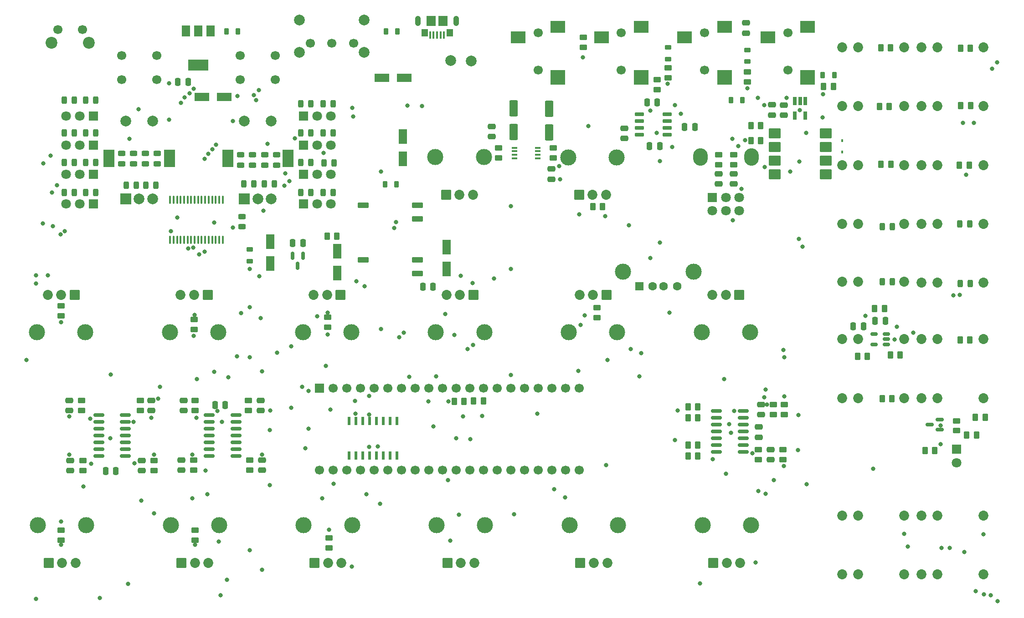
<source format=gbr>
%TF.GenerationSoftware,KiCad,Pcbnew,(6.0.10)*%
%TF.CreationDate,2023-02-06T20:53:37+00:00*%
%TF.ProjectId,fjol-desktop,666a6f6c-2d64-4657-936b-746f702e6b69,rev?*%
%TF.SameCoordinates,Original*%
%TF.FileFunction,Soldermask,Bot*%
%TF.FilePolarity,Negative*%
%FSLAX46Y46*%
G04 Gerber Fmt 4.6, Leading zero omitted, Abs format (unit mm)*
G04 Created by KiCad (PCBNEW (6.0.10)) date 2023-02-06 20:53:37*
%MOMM*%
%LPD*%
G01*
G04 APERTURE LIST*
G04 Aperture macros list*
%AMRoundRect*
0 Rectangle with rounded corners*
0 $1 Rounding radius*
0 $2 $3 $4 $5 $6 $7 $8 $9 X,Y pos of 4 corners*
0 Add a 4 corners polygon primitive as box body*
4,1,4,$2,$3,$4,$5,$6,$7,$8,$9,$2,$3,0*
0 Add four circle primitives for the rounded corners*
1,1,$1+$1,$2,$3*
1,1,$1+$1,$4,$5*
1,1,$1+$1,$6,$7*
1,1,$1+$1,$8,$9*
0 Add four rect primitives between the rounded corners*
20,1,$1+$1,$2,$3,$4,$5,0*
20,1,$1+$1,$4,$5,$6,$7,0*
20,1,$1+$1,$6,$7,$8,$9,0*
20,1,$1+$1,$8,$9,$2,$3,0*%
G04 Aperture macros list end*
%ADD10C,1.853200*%
%ADD11RoundRect,0.101600X-0.825000X0.825000X-0.825000X-0.825000X0.825000X-0.825000X0.825000X0.825000X0*%
%ADD12C,2.997200*%
%ADD13R,1.800000X1.800000*%
%ADD14C,1.800000*%
%ADD15C,1.700000*%
%ADD16O,2.720000X3.240000*%
%ADD17R,2.000000X2.000000*%
%ADD18C,2.000000*%
%ADD19R,2.000000X3.200000*%
%ADD20RoundRect,0.101600X0.825000X-0.825000X0.825000X0.825000X-0.825000X0.825000X-0.825000X-0.825000X0*%
%ADD21RoundRect,0.243750X-0.243750X-0.456250X0.243750X-0.456250X0.243750X0.456250X-0.243750X0.456250X0*%
%ADD22RoundRect,0.250000X-0.450000X0.262500X-0.450000X-0.262500X0.450000X-0.262500X0.450000X0.262500X0*%
%ADD23RoundRect,0.250000X0.475000X-0.250000X0.475000X0.250000X-0.475000X0.250000X-0.475000X-0.250000X0*%
%ADD24C,2.200000*%
%ADD25RoundRect,0.218750X-0.218750X-0.381250X0.218750X-0.381250X0.218750X0.381250X-0.218750X0.381250X0*%
%ADD26RoundRect,0.243750X-0.456250X0.243750X-0.456250X-0.243750X0.456250X-0.243750X0.456250X0.243750X0*%
%ADD27RoundRect,0.243750X0.243750X0.456250X-0.243750X0.456250X-0.243750X-0.456250X0.243750X-0.456250X0*%
%ADD28RoundRect,0.250000X0.550000X-1.250000X0.550000X1.250000X-0.550000X1.250000X-0.550000X-1.250000X0*%
%ADD29RoundRect,0.243750X0.456250X-0.243750X0.456250X0.243750X-0.456250X0.243750X-0.456250X-0.243750X0*%
%ADD30RoundRect,0.250000X0.550000X-1.137500X0.550000X1.137500X-0.550000X1.137500X-0.550000X-1.137500X0*%
%ADD31RoundRect,0.250000X-0.475000X0.250000X-0.475000X-0.250000X0.475000X-0.250000X0.475000X0.250000X0*%
%ADD32RoundRect,0.150000X0.587500X0.150000X-0.587500X0.150000X-0.587500X-0.150000X0.587500X-0.150000X0*%
%ADD33RoundRect,0.137500X-0.137500X0.662500X-0.137500X-0.662500X0.137500X-0.662500X0.137500X0.662500X0*%
%ADD34R,2.800000X2.200000*%
%ADD35R,2.800000X2.800000*%
%ADD36RoundRect,0.250000X0.262500X0.450000X-0.262500X0.450000X-0.262500X-0.450000X0.262500X-0.450000X0*%
%ADD37RoundRect,0.218750X0.218750X0.381250X-0.218750X0.381250X-0.218750X-0.381250X0.218750X-0.381250X0*%
%ADD38RoundRect,0.250000X0.450000X-0.262500X0.450000X0.262500X-0.450000X0.262500X-0.450000X-0.262500X0*%
%ADD39R,1.600000X1.500000*%
%ADD40C,1.600000*%
%ADD41C,3.000000*%
%ADD42RoundRect,0.150000X0.512500X0.150000X-0.512500X0.150000X-0.512500X-0.150000X0.512500X-0.150000X0*%
%ADD43R,0.450000X0.600000*%
%ADD44RoundRect,0.250000X0.800000X0.250000X-0.800000X0.250000X-0.800000X-0.250000X0.800000X-0.250000X0*%
%ADD45RoundRect,0.101600X-1.000000X0.800000X-1.000000X-0.800000X1.000000X-0.800000X1.000000X0.800000X0*%
%ADD46RoundRect,0.101600X1.000000X-0.800000X1.000000X0.800000X-1.000000X0.800000X-1.000000X-0.800000X0*%
%ADD47R,1.500000X2.000000*%
%ADD48R,3.800000X2.000000*%
%ADD49RoundRect,0.218750X-0.381250X0.218750X-0.381250X-0.218750X0.381250X-0.218750X0.381250X0.218750X0*%
%ADD50RoundRect,0.250000X-0.262500X-0.450000X0.262500X-0.450000X0.262500X0.450000X-0.262500X0.450000X0*%
%ADD51RoundRect,0.250000X-0.550000X1.137500X-0.550000X-1.137500X0.550000X-1.137500X0.550000X1.137500X0*%
%ADD52RoundRect,0.150000X-0.150000X0.587500X-0.150000X-0.587500X0.150000X-0.587500X0.150000X0.587500X0*%
%ADD53RoundRect,0.150000X0.825000X0.150000X-0.825000X0.150000X-0.825000X-0.150000X0.825000X-0.150000X0*%
%ADD54R,0.650000X1.560000*%
%ADD55RoundRect,0.218750X0.381250X-0.218750X0.381250X0.218750X-0.381250X0.218750X-0.381250X-0.218750X0*%
%ADD56RoundRect,0.250000X-0.250000X-0.475000X0.250000X-0.475000X0.250000X0.475000X-0.250000X0.475000X0*%
%ADD57R,1.100000X0.400000*%
%ADD58RoundRect,0.250000X-1.137500X-0.550000X1.137500X-0.550000X1.137500X0.550000X-1.137500X0.550000X0*%
%ADD59RoundRect,0.250000X0.250000X0.475000X-0.250000X0.475000X-0.250000X-0.475000X0.250000X-0.475000X0*%
%ADD60RoundRect,0.150000X0.725000X0.150000X-0.725000X0.150000X-0.725000X-0.150000X0.725000X-0.150000X0*%
%ADD61R,0.400000X1.400000*%
%ADD62R,1.750000X1.900000*%
%ADD63R,1.150000X1.450000*%
%ADD64O,1.050000X1.900000*%
%ADD65RoundRect,0.100000X0.100000X-0.637500X0.100000X0.637500X-0.100000X0.637500X-0.100000X-0.637500X0*%
%ADD66RoundRect,0.150000X-0.825000X-0.150000X0.825000X-0.150000X0.825000X0.150000X-0.825000X0.150000X0*%
%ADD67R,1.700000X1.700000*%
%ADD68C,0.800000*%
G04 APERTURE END LIST*
D10*
%TO.C,CV-PM3*%
X266537251Y-49214876D03*
X258037251Y-49214876D03*
X255037251Y-49214876D03*
%TD*%
%TO.C,CV-CTL2*%
X266550000Y-82026360D03*
X258050000Y-82026360D03*
X255050000Y-82026360D03*
%TD*%
%TO.C,mult1*%
X251818000Y-136312840D03*
X243318000Y-136312840D03*
X240318000Y-136312840D03*
%TD*%
D11*
%TO.C,FILT-DEC1*%
X142294340Y-145088300D03*
D10*
X144794340Y-145088300D03*
X147294340Y-145088300D03*
D12*
X140294340Y-138088300D03*
X149294340Y-138088300D03*
%TD*%
D11*
%TO.C,PM3*%
X92900000Y-145088300D03*
D10*
X95400000Y-145088300D03*
X97900000Y-145088300D03*
D12*
X90900000Y-138088300D03*
X99900000Y-138088300D03*
%TD*%
D10*
%TO.C,mult4*%
X266550000Y-147250000D03*
X258050000Y-147250000D03*
X255050000Y-147250000D03*
%TD*%
%TO.C,pitch1*%
X251818000Y-103501356D03*
X243318000Y-103501356D03*
X240318000Y-103501356D03*
%TD*%
D13*
%TO.C,D11*%
X140243833Y-72850000D03*
D14*
X142783833Y-72850000D03*
X145323833Y-72850000D03*
%TD*%
D13*
%TO.C,D9*%
X140243833Y-61950000D03*
D14*
X142783833Y-61950000D03*
X145323833Y-61950000D03*
%TD*%
D13*
%TO.C,D10*%
X140243833Y-67400000D03*
D14*
X142783833Y-67400000D03*
X145323833Y-67400000D03*
%TD*%
D11*
%TO.C,LFO-AMP1*%
X216385852Y-145088300D03*
D10*
X218885852Y-145088300D03*
X221385852Y-145088300D03*
D12*
X214385852Y-138088300D03*
X223385852Y-138088300D03*
%TD*%
D15*
%TO.C,sw-sel1*%
X112980033Y-55225000D03*
X106480033Y-55225000D03*
X112980033Y-50725000D03*
X106480033Y-50725000D03*
%TD*%
D10*
%TO.C,CV-CTL1*%
X251818000Y-82026360D03*
X243318000Y-82026360D03*
X240318000Y-82026360D03*
%TD*%
D16*
%TO.C,vol1*%
X213975000Y-69619000D03*
X223475000Y-69619000D03*
D13*
X216225000Y-77119000D03*
D14*
X218725000Y-77119000D03*
X221225000Y-77119000D03*
X216225000Y-79619000D03*
X218725000Y-79619000D03*
X221225000Y-79619000D03*
%TD*%
D11*
%TO.C,RELEASE1*%
X191447172Y-76650000D03*
D10*
X193947172Y-76650000D03*
X196447172Y-76650000D03*
D12*
X189447172Y-69650000D03*
X198447172Y-69650000D03*
%TD*%
D17*
%TO.C,SW4*%
X129272566Y-77375000D03*
D18*
X134272566Y-77375000D03*
X131772566Y-77375000D03*
D19*
X137372566Y-69875000D03*
X126172566Y-69875000D03*
D18*
X134272566Y-62875000D03*
X129272566Y-62875000D03*
%TD*%
D13*
%TO.C,D12*%
X140243833Y-78300000D03*
D14*
X142783833Y-78300000D03*
X145323833Y-78300000D03*
%TD*%
D20*
%TO.C,ATTACK2*%
X171830658Y-95213300D03*
D10*
X169330658Y-95213300D03*
X166830658Y-95213300D03*
D12*
X173830658Y-102213300D03*
X164830658Y-102213300D03*
%TD*%
D18*
%TO.C,d+1*%
X171450000Y-51689000D03*
%TD*%
D13*
%TO.C,D4*%
X261620000Y-123937000D03*
D14*
X261620000Y-126477000D03*
%TD*%
D10*
%TO.C,lfo-o1*%
X266537251Y-103501356D03*
X258037251Y-103501356D03*
X255037251Y-103501356D03*
%TD*%
%TO.C,gate-o1*%
X266550000Y-114438520D03*
X258050000Y-114438520D03*
X255050000Y-114438520D03*
%TD*%
D11*
%TO.C,LFO-FREQ1*%
X166991510Y-145088300D03*
D10*
X169491510Y-145088300D03*
X171991510Y-145088300D03*
D12*
X164991510Y-138088300D03*
X173991510Y-138088300D03*
%TD*%
D11*
%TO.C,LFO-WAVE1*%
X191688680Y-145088300D03*
D10*
X194188680Y-145088300D03*
X196688680Y-145088300D03*
D12*
X189688680Y-138088300D03*
X198688680Y-138088300D03*
%TD*%
D10*
%TO.C,CV-FILTDEC1*%
X251818000Y-92763858D03*
X243318000Y-92763858D03*
X240318000Y-92763858D03*
%TD*%
D18*
%TO.C,d-1*%
X167563800Y-51663600D03*
%TD*%
D10*
%TO.C,mult3*%
X251818000Y-147250000D03*
X243318000Y-147250000D03*
X240318000Y-147250000D03*
%TD*%
%TO.C,cv-cutoff1*%
X266550000Y-92963520D03*
X258050000Y-92963520D03*
X255050000Y-92963520D03*
%TD*%
%TO.C,CV-REL1*%
X251818000Y-71089200D03*
X243318000Y-71089200D03*
X240318000Y-71089200D03*
%TD*%
D13*
%TO.C,D7*%
X101258766Y-72850000D03*
D14*
X98718766Y-72850000D03*
X96178766Y-72850000D03*
%TD*%
D10*
%TO.C,env2-o1*%
X251818000Y-114438520D03*
X243318000Y-114438520D03*
X240318000Y-114438520D03*
%TD*%
D20*
%TO.C,RATIO2*%
X122436318Y-95213300D03*
D10*
X119936318Y-95213300D03*
X117436318Y-95213300D03*
D12*
X124436318Y-102213300D03*
X115436318Y-102213300D03*
%TD*%
D13*
%TO.C,D5*%
X101258766Y-61950000D03*
D14*
X98718766Y-61950000D03*
X96178766Y-61950000D03*
%TD*%
D20*
%TO.C,RELEASE2*%
X196527828Y-95213300D03*
D10*
X194027828Y-95213300D03*
X191527828Y-95213300D03*
D12*
X198527828Y-102213300D03*
X189527828Y-102213300D03*
%TD*%
D10*
%TO.C,mult2*%
X266550000Y-136312840D03*
X258050000Y-136312840D03*
X255050000Y-136312840D03*
%TD*%
%TO.C,CV-PM2*%
X251818000Y-49214876D03*
X243318000Y-49214876D03*
X240318000Y-49214876D03*
%TD*%
D20*
%TO.C,CUTOFF1*%
X147133488Y-95213300D03*
D10*
X144633488Y-95213300D03*
X142133488Y-95213300D03*
D12*
X149133488Y-102213300D03*
X140133488Y-102213300D03*
%TD*%
D11*
%TO.C,RATIO3*%
X117597170Y-145088300D03*
D10*
X120097170Y-145088300D03*
X122597170Y-145088300D03*
D12*
X115597170Y-138088300D03*
X124597170Y-138088300D03*
%TD*%
D10*
%TO.C,CV-REL2*%
X266550000Y-71089200D03*
X258050000Y-71089200D03*
X255050000Y-71089200D03*
%TD*%
D15*
%TO.C,sw-sel2*%
X135022566Y-55225000D03*
X128522566Y-55225000D03*
X135022566Y-50725000D03*
X128522566Y-50725000D03*
%TD*%
D10*
%TO.C,CV-RAT2*%
X251818000Y-60152040D03*
X243318000Y-60152040D03*
X240318000Y-60152040D03*
%TD*%
D20*
%TO.C,ENV2-AMP1*%
X221225000Y-95213300D03*
D10*
X218725000Y-95213300D03*
X216225000Y-95213300D03*
D12*
X223225000Y-102213300D03*
X214225000Y-102213300D03*
%TD*%
D20*
%TO.C,PM2*%
X97739148Y-95213300D03*
D10*
X95239148Y-95213300D03*
X92739148Y-95213300D03*
D12*
X99739148Y-102213300D03*
X90739148Y-102213300D03*
%TD*%
D10*
%TO.C,CV-RAT3*%
X266550000Y-60152040D03*
X258050000Y-60152040D03*
X255050000Y-60152040D03*
%TD*%
D13*
%TO.C,D8*%
X101258766Y-78300000D03*
D14*
X98718766Y-78300000D03*
X96178766Y-78300000D03*
%TD*%
D17*
%TO.C,SW3*%
X107230033Y-77375000D03*
D18*
X112230033Y-77375000D03*
X109730033Y-77375000D03*
D19*
X104130033Y-69875000D03*
X115330033Y-69875000D03*
D18*
X112230033Y-62875000D03*
X107230033Y-62875000D03*
%TD*%
D11*
%TO.C,ATTACK1*%
X166750000Y-76586500D03*
D10*
X169250000Y-76586500D03*
X171750000Y-76586500D03*
D12*
X164750000Y-69586500D03*
X173750000Y-69586500D03*
%TD*%
D13*
%TO.C,D6*%
X101258766Y-67400000D03*
D14*
X98718766Y-67400000D03*
X96178766Y-67400000D03*
%TD*%
D21*
%TO.C,R72*%
X143862500Y-59700000D03*
X145737500Y-59700000D03*
%TD*%
D22*
%TO.C,R33*%
X99060000Y-114891500D03*
X99060000Y-116716500D03*
%TD*%
D23*
%TO.C,C34*%
X96902000Y-127930000D03*
X96902000Y-126030000D03*
%TD*%
D24*
%TO.C,sw-midi1*%
X93401000Y-48383000D03*
X100401000Y-48383000D03*
D15*
X99151000Y-45883000D03*
X94651000Y-45883000D03*
%TD*%
D23*
%TO.C,C46*%
X222478600Y-46543000D03*
X222478600Y-44643000D03*
%TD*%
D25*
%TO.C,L3*%
X155579300Y-46228000D03*
X157704300Y-46228000D03*
%TD*%
D26*
%TO.C,R85*%
X113037500Y-68950000D03*
X113037500Y-70825000D03*
%TD*%
D27*
%TO.C,R52*%
X97662500Y-70650000D03*
X95787500Y-70650000D03*
%TD*%
D28*
%TO.C,C22*%
X179324000Y-64938000D03*
X179324000Y-60538000D03*
%TD*%
D21*
%TO.C,C52*%
X132962500Y-74625000D03*
X134837500Y-74625000D03*
%TD*%
D29*
%TO.C,R84*%
X110837500Y-70825000D03*
X110837500Y-68950000D03*
%TD*%
D30*
%TO.C,C2*%
X158724600Y-69905900D03*
X158724600Y-65780900D03*
%TD*%
D31*
%TO.C,C20*%
X186283600Y-71805800D03*
X186283600Y-73705800D03*
%TD*%
D21*
%TO.C,R65*%
X99812500Y-76175000D03*
X101687500Y-76175000D03*
%TD*%
D32*
%TO.C,Q1*%
X258493500Y-118430000D03*
X258493500Y-120330000D03*
X256618500Y-119380000D03*
%TD*%
D23*
%TO.C,C17*%
X229489000Y-61808400D03*
X229489000Y-59908400D03*
%TD*%
D33*
%TO.C,U8*%
X148717000Y-118670000D03*
X149987000Y-118670000D03*
X151257000Y-118670000D03*
X152527000Y-118670000D03*
X153797000Y-118670000D03*
X155067000Y-118670000D03*
X156337000Y-118670000D03*
X157607000Y-118670000D03*
X157607000Y-125170000D03*
X156337000Y-125170000D03*
X155067000Y-125170000D03*
X153797000Y-125170000D03*
X152527000Y-125170000D03*
X151257000Y-125170000D03*
X149987000Y-125170000D03*
X148717000Y-125170000D03*
%TD*%
D22*
%TO.C,R50*%
X222707200Y-53773700D03*
X222707200Y-55598700D03*
%TD*%
D15*
%TO.C,line1*%
X199303333Y-46450000D03*
X199303333Y-53450000D03*
D34*
X195603333Y-47350000D03*
X203003333Y-45350000D03*
D35*
X203003333Y-54750000D03*
%TD*%
D27*
%TO.C,R64*%
X97662500Y-76175000D03*
X95787500Y-76175000D03*
%TD*%
D36*
%TO.C,R40*%
X257528700Y-124231400D03*
X255703700Y-124231400D03*
%TD*%
D37*
%TO.C,L2*%
X157526500Y-74676000D03*
X155401500Y-74676000D03*
%TD*%
D22*
%TO.C,R38*%
X261543800Y-118670700D03*
X261543800Y-120495700D03*
%TD*%
D38*
%TO.C,R70*%
X224790000Y-125880500D03*
X224790000Y-124055500D03*
%TD*%
D21*
%TO.C,R73*%
X139762500Y-59700000D03*
X141637500Y-59700000D03*
%TD*%
D28*
%TO.C,C21*%
X185928000Y-65024000D03*
X185928000Y-60624000D03*
%TD*%
D23*
%TO.C,C33*%
X117602000Y-127884000D03*
X117602000Y-125984000D03*
%TD*%
D36*
%TO.C,R46*%
X213510500Y-125222000D03*
X211685500Y-125222000D03*
%TD*%
D22*
%TO.C,R54*%
X176530000Y-67921500D03*
X176530000Y-69746500D03*
%TD*%
%TO.C,R6*%
X205943200Y-55196100D03*
X205943200Y-57021100D03*
%TD*%
D39*
%TO.C,X1*%
X202646400Y-93675800D03*
D40*
X205146400Y-93675800D03*
X207146400Y-93675800D03*
X209646400Y-93675800D03*
D41*
X199576400Y-90965800D03*
X212716400Y-90965800D03*
%TD*%
D42*
%TO.C,U13*%
X248533500Y-102551356D03*
X248533500Y-103501356D03*
X248533500Y-104451356D03*
X246258500Y-104451356D03*
X246258500Y-102551356D03*
%TD*%
D38*
%TO.C,R21*%
X99314000Y-127912500D03*
X99314000Y-126087500D03*
%TD*%
D43*
%TO.C,D3*%
X240309400Y-66539400D03*
X240309400Y-68639400D03*
%TD*%
D44*
%TO.C,U2*%
X161430000Y-78590000D03*
X161430000Y-81130000D03*
X161430000Y-88750000D03*
X161430000Y-91290000D03*
X151330000Y-88750000D03*
X151330000Y-78590000D03*
%TD*%
D45*
%TO.C,U3*%
X237307000Y-65151000D03*
X237307000Y-67691000D03*
X237307000Y-70231000D03*
X237307000Y-72771000D03*
D46*
X227767000Y-72771000D03*
X227767000Y-70231000D03*
X227767000Y-67691000D03*
X227767000Y-65151000D03*
%TD*%
D47*
%TO.C,U11*%
X118410000Y-46180000D03*
D48*
X120710000Y-52480000D03*
D47*
X120710000Y-46180000D03*
X123010000Y-46180000D03*
%TD*%
D27*
%TO.C,C51*%
X131062500Y-74625000D03*
X129187500Y-74625000D03*
%TD*%
D38*
%TO.C,R28*%
X119936318Y-101647000D03*
X119936318Y-99822000D03*
%TD*%
D22*
%TO.C,R15*%
X95250000Y-139041500D03*
X95250000Y-140866500D03*
%TD*%
D49*
%TO.C,L6*%
X130302000Y-86821500D03*
X130302000Y-88946500D03*
%TD*%
D21*
%TO.C,R74*%
X143862500Y-65075000D03*
X145737500Y-65075000D03*
%TD*%
D50*
%TO.C,R10*%
X247524900Y-70916800D03*
X249349900Y-70916800D03*
%TD*%
D22*
%TO.C,R8*%
X220218000Y-69191500D03*
X220218000Y-71016500D03*
%TD*%
D51*
%TO.C,C5*%
X134112000Y-85313500D03*
X134112000Y-89438500D03*
%TD*%
D21*
%TO.C,R76*%
X144056838Y-70719220D03*
X145931838Y-70719220D03*
%TD*%
D22*
%TO.C,R17*%
X120097170Y-139041500D03*
X120097170Y-140866500D03*
%TD*%
D36*
%TO.C,R48*%
X249578500Y-114554000D03*
X247753500Y-114554000D03*
%TD*%
D23*
%TO.C,C14*%
X220218000Y-74610000D03*
X220218000Y-72710000D03*
%TD*%
D50*
%TO.C,R42*%
X171858300Y-115011200D03*
X173683300Y-115011200D03*
%TD*%
D52*
%TO.C,U4*%
X138242000Y-87962500D03*
X140142000Y-87962500D03*
X139192000Y-89837500D03*
%TD*%
D53*
%TO.C,U10*%
X127697000Y-117602000D03*
X127697000Y-118872000D03*
X127697000Y-120142000D03*
X127697000Y-121412000D03*
X127697000Y-122682000D03*
X127697000Y-123952000D03*
X127697000Y-125222000D03*
X122747000Y-125222000D03*
X122747000Y-123952000D03*
X122747000Y-122682000D03*
X122747000Y-121412000D03*
X122747000Y-120142000D03*
X122747000Y-118872000D03*
X122747000Y-117602000D03*
%TD*%
D22*
%TO.C,R34*%
X109982000Y-114891500D03*
X109982000Y-116716500D03*
%TD*%
D30*
%TO.C,C6*%
X166878000Y-90454500D03*
X166878000Y-86329500D03*
%TD*%
D29*
%TO.C,R83*%
X108637500Y-70825000D03*
X108637500Y-68950000D03*
%TD*%
D36*
%TO.C,R56*%
X251102500Y-106426000D03*
X249277500Y-106426000D03*
%TD*%
D54*
%TO.C,IC1*%
X231561600Y-59203600D03*
X232511600Y-59203600D03*
X233461600Y-59203600D03*
X233461600Y-61903600D03*
X231561600Y-61903600D03*
%TD*%
D50*
%TO.C,R16*%
X262333100Y-49352200D03*
X264158100Y-49352200D03*
%TD*%
D55*
%TO.C,L11*%
X222732600Y-51811700D03*
X222732600Y-49686700D03*
%TD*%
D50*
%TO.C,R3*%
X223369500Y-63754000D03*
X225194500Y-63754000D03*
%TD*%
D21*
%TO.C,R69*%
X247781600Y-82550000D03*
X249656600Y-82550000D03*
%TD*%
D38*
%TO.C,R68*%
X229616000Y-117478500D03*
X229616000Y-115653500D03*
%TD*%
D36*
%TO.C,R45*%
X213510500Y-116078000D03*
X211685500Y-116078000D03*
%TD*%
D26*
%TO.C,R89*%
X135287500Y-69200000D03*
X135287500Y-71075000D03*
%TD*%
D38*
%TO.C,R20*%
X119888000Y-127826500D03*
X119888000Y-126001500D03*
%TD*%
D36*
%TO.C,R25*%
X195806700Y-78841600D03*
X193981700Y-78841600D03*
%TD*%
D25*
%TO.C,L12*%
X125937500Y-46228000D03*
X128062500Y-46228000D03*
%TD*%
D50*
%TO.C,R18*%
X262358500Y-59994800D03*
X264183500Y-59994800D03*
%TD*%
D21*
%TO.C,R75*%
X139762500Y-65075000D03*
X141637500Y-65075000D03*
%TD*%
D22*
%TO.C,R31*%
X120142000Y-114891500D03*
X120142000Y-116716500D03*
%TD*%
D23*
%TO.C,C1*%
X175260000Y-65786000D03*
X175260000Y-63886000D03*
%TD*%
D36*
%TO.C,R51*%
X238707300Y-56438800D03*
X236882300Y-56438800D03*
%TD*%
D56*
%TO.C,C16*%
X204536000Y-67564000D03*
X206436000Y-67564000D03*
%TD*%
D21*
%TO.C,R67*%
X262206500Y-82042000D03*
X264081500Y-82042000D03*
%TD*%
D22*
%TO.C,R9*%
X217424000Y-69191500D03*
X217424000Y-71016500D03*
%TD*%
D38*
%TO.C,R11*%
X144780000Y-101242500D03*
X144780000Y-99417500D03*
%TD*%
D57*
%TO.C,U5*%
X183760000Y-67859000D03*
X183760000Y-68509000D03*
X183760000Y-69159000D03*
X183760000Y-69809000D03*
X179460000Y-69809000D03*
X179460000Y-69159000D03*
X179460000Y-68509000D03*
X179460000Y-67859000D03*
%TD*%
D37*
%TO.C,L8*%
X221792800Y-59029600D03*
X219667800Y-59029600D03*
%TD*%
D58*
%TO.C,C44*%
X121381500Y-58420000D03*
X125506500Y-58420000D03*
%TD*%
D31*
%TO.C,C38*%
X118000000Y-114874000D03*
X118000000Y-116774000D03*
%TD*%
D36*
%TO.C,R39*%
X213510500Y-118110000D03*
X211685500Y-118110000D03*
%TD*%
D59*
%TO.C,C37*%
X125689400Y-115697000D03*
X123789400Y-115697000D03*
%TD*%
D50*
%TO.C,R27*%
X247523000Y-49301400D03*
X249348000Y-49301400D03*
%TD*%
D22*
%TO.C,R32*%
X130048000Y-114891500D03*
X130048000Y-116716500D03*
%TD*%
%TO.C,R71*%
X227584000Y-115653500D03*
X227584000Y-117478500D03*
%TD*%
D21*
%TO.C,R78*%
X143862500Y-76175000D03*
X145737500Y-76175000D03*
%TD*%
D15*
%TO.C,headphone1*%
X183840000Y-46450000D03*
X183840000Y-53450000D03*
D34*
X180140000Y-47350000D03*
X187540000Y-45350000D03*
D35*
X187540000Y-54750000D03*
%TD*%
D36*
%TO.C,R43*%
X170076500Y-115036600D03*
X168251500Y-115036600D03*
%TD*%
D60*
%TO.C,U6*%
X207807000Y-61595000D03*
X207807000Y-62865000D03*
X207807000Y-64135000D03*
X207807000Y-65405000D03*
X202657000Y-65405000D03*
X202657000Y-64135000D03*
X202657000Y-62865000D03*
X202657000Y-61595000D03*
%TD*%
D31*
%TO.C,C41*%
X96774000Y-114874000D03*
X96774000Y-116774000D03*
%TD*%
D61*
%TO.C,J1*%
X163774600Y-46890600D03*
X164424600Y-46890600D03*
X165074600Y-46890600D03*
X165724600Y-46890600D03*
X166374600Y-46890600D03*
D62*
X166199600Y-44240600D03*
D63*
X167394600Y-46470600D03*
D62*
X163949600Y-44240600D03*
D64*
X161499600Y-44240600D03*
X168649600Y-44240600D03*
D63*
X162754600Y-46470600D03*
%TD*%
D23*
%TO.C,C18*%
X217424000Y-74610000D03*
X217424000Y-72710000D03*
%TD*%
D55*
%TO.C,L9*%
X208026000Y-51354500D03*
X208026000Y-49229500D03*
%TD*%
D22*
%TO.C,R49*%
X186690000Y-67921500D03*
X186690000Y-69746500D03*
%TD*%
D21*
%TO.C,R53*%
X99812500Y-70650000D03*
X101687500Y-70650000D03*
%TD*%
D50*
%TO.C,R57*%
X246380000Y-97790000D03*
X248205000Y-97790000D03*
%TD*%
D65*
%TO.C,U12*%
X125231338Y-84998120D03*
X124581338Y-84998120D03*
X123931338Y-84998120D03*
X123281338Y-84998120D03*
X122631338Y-84998120D03*
X121981338Y-84998120D03*
X121331338Y-84998120D03*
X120681338Y-84998120D03*
X120031338Y-84998120D03*
X119381338Y-84998120D03*
X118731338Y-84998120D03*
X118081338Y-84998120D03*
X117431338Y-84998120D03*
X116781338Y-84998120D03*
X116131338Y-84998120D03*
X115481338Y-84998120D03*
X115481338Y-77573120D03*
X116131338Y-77573120D03*
X116781338Y-77573120D03*
X117431338Y-77573120D03*
X118081338Y-77573120D03*
X118731338Y-77573120D03*
X119381338Y-77573120D03*
X120031338Y-77573120D03*
X120681338Y-77573120D03*
X121331338Y-77573120D03*
X121981338Y-77573120D03*
X122631338Y-77573120D03*
X123281338Y-77573120D03*
X123931338Y-77573120D03*
X124581338Y-77573120D03*
X125231338Y-77573120D03*
%TD*%
D37*
%TO.C,L10*%
X238857300Y-54381400D03*
X236732300Y-54381400D03*
%TD*%
D27*
%TO.C,R30*%
X97662500Y-58975000D03*
X95787500Y-58975000D03*
%TD*%
D31*
%TO.C,C40*%
X132334000Y-114874000D03*
X132334000Y-116774000D03*
%TD*%
D21*
%TO.C,C43*%
X110937500Y-74875000D03*
X112812500Y-74875000D03*
%TD*%
D59*
%TO.C,C19*%
X164297400Y-93726000D03*
X162397400Y-93726000D03*
%TD*%
D38*
%TO.C,R26*%
X95250000Y-99107000D03*
X95250000Y-97282000D03*
%TD*%
D29*
%TO.C,R88*%
X133037500Y-71075000D03*
X133037500Y-69200000D03*
%TD*%
D21*
%TO.C,R14*%
X262234200Y-93116400D03*
X264109200Y-93116400D03*
%TD*%
D23*
%TO.C,C35*%
X110236000Y-127950000D03*
X110236000Y-126050000D03*
%TD*%
D30*
%TO.C,C7*%
X146558000Y-91216500D03*
X146558000Y-87091500D03*
%TD*%
D31*
%TO.C,C31*%
X199898000Y-64262000D03*
X199898000Y-66162000D03*
%TD*%
D36*
%TO.C,R41*%
X266912500Y-118000000D03*
X265087500Y-118000000D03*
%TD*%
D50*
%TO.C,R29*%
X247245500Y-60198000D03*
X249070500Y-60198000D03*
%TD*%
D18*
%TO.C,SW1*%
X151528800Y-50137000D03*
X139528800Y-50137000D03*
X151528800Y-44137000D03*
X139528800Y-44137000D03*
D15*
X141528800Y-48387000D03*
X145528800Y-48387000D03*
X149528800Y-48387000D03*
%TD*%
D21*
%TO.C,R79*%
X139762500Y-76175000D03*
X141637500Y-76175000D03*
%TD*%
D50*
%TO.C,R55*%
X243181500Y-106680000D03*
X245006500Y-106680000D03*
%TD*%
D22*
%TO.C,R13*%
X145034000Y-140462000D03*
X145034000Y-142287000D03*
%TD*%
D21*
%TO.C,R12*%
X247756200Y-92811600D03*
X249631200Y-92811600D03*
%TD*%
D22*
%TO.C,R7*%
X192278000Y-47347500D03*
X192278000Y-49172500D03*
%TD*%
D50*
%TO.C,R24*%
X262128000Y-71089200D03*
X263953000Y-71089200D03*
%TD*%
D36*
%TO.C,R4*%
X225194500Y-66548000D03*
X223369500Y-66548000D03*
%TD*%
D66*
%TO.C,U9*%
X102199000Y-125222000D03*
X102199000Y-123952000D03*
X102199000Y-122682000D03*
X102199000Y-121412000D03*
X102199000Y-120142000D03*
X102199000Y-118872000D03*
X102199000Y-117602000D03*
X107149000Y-117602000D03*
X107149000Y-118872000D03*
X107149000Y-120142000D03*
X107149000Y-121412000D03*
X107149000Y-122682000D03*
X107149000Y-123952000D03*
X107149000Y-125222000D03*
%TD*%
D50*
%TO.C,R5*%
X263476100Y-121335800D03*
X265301100Y-121335800D03*
%TD*%
D59*
%TO.C,C13*%
X118806000Y-55626000D03*
X116906000Y-55626000D03*
%TD*%
D26*
%TO.C,C45*%
X128839938Y-80652920D03*
X128839938Y-82527920D03*
%TD*%
D67*
%TO.C,A1*%
X143180000Y-112582500D03*
D15*
X145720000Y-112582500D03*
X148260000Y-112582500D03*
X150800000Y-112582500D03*
X153340000Y-112582500D03*
X155880000Y-112582500D03*
X158420000Y-112582500D03*
X160960000Y-112582500D03*
X163500000Y-112582500D03*
X166040000Y-112582500D03*
X168580000Y-112582500D03*
X171120000Y-112582500D03*
X173660000Y-112582500D03*
X176200000Y-112582500D03*
X178740000Y-112582500D03*
X181280000Y-112582500D03*
X183820000Y-112582500D03*
X186360000Y-112582500D03*
X188900000Y-112582500D03*
X191440000Y-112582500D03*
X191440000Y-127822500D03*
X188900000Y-127822500D03*
X186360000Y-127822500D03*
X183820000Y-127822500D03*
X181280000Y-127822500D03*
X178740000Y-127822500D03*
X176200000Y-127822500D03*
X173660000Y-127822500D03*
X171120000Y-127822500D03*
X168580000Y-127822500D03*
X166040000Y-127822500D03*
X163500000Y-127822500D03*
X160960000Y-127822500D03*
X158420000Y-127822500D03*
X155880000Y-127822500D03*
X153340000Y-127822500D03*
X150800000Y-127822500D03*
X148260000Y-127822500D03*
X145720000Y-127822500D03*
X143180000Y-127822500D03*
%TD*%
D36*
%TO.C,R47*%
X264056500Y-103632000D03*
X262231500Y-103632000D03*
%TD*%
D31*
%TO.C,C42*%
X112014000Y-114874000D03*
X112014000Y-116774000D03*
%TD*%
D23*
%TO.C,C8*%
X227076000Y-125918000D03*
X227076000Y-124018000D03*
%TD*%
D59*
%TO.C,C4*%
X140142000Y-85598000D03*
X138242000Y-85598000D03*
%TD*%
D22*
%TO.C,R66*%
X229362000Y-124055500D03*
X229362000Y-125880500D03*
%TD*%
D31*
%TO.C,C9*%
X225298000Y-115636000D03*
X225298000Y-117536000D03*
%TD*%
D15*
%TO.C,midi-thru1*%
X230230000Y-46450000D03*
X230230000Y-53450000D03*
D34*
X226530000Y-47350000D03*
X233930000Y-45350000D03*
D35*
X233930000Y-54750000D03*
%TD*%
D27*
%TO.C,R35*%
X101687500Y-58975000D03*
X99812500Y-58975000D03*
%TD*%
D38*
%TO.C,R23*%
X194818000Y-99464500D03*
X194818000Y-97639500D03*
%TD*%
D27*
%TO.C,C39*%
X109162500Y-74875000D03*
X107287500Y-74875000D03*
%TD*%
D56*
%TO.C,C15*%
X204094000Y-59436000D03*
X205994000Y-59436000D03*
%TD*%
D21*
%TO.C,R77*%
X139762500Y-70650000D03*
X141637500Y-70650000D03*
%TD*%
D38*
%TO.C,R19*%
X130302000Y-127826500D03*
X130302000Y-126001500D03*
%TD*%
D29*
%TO.C,R82*%
X106437500Y-70825000D03*
X106437500Y-68950000D03*
%TD*%
D15*
%TO.C,midi-i1*%
X214766666Y-46450000D03*
X214766666Y-53450000D03*
D34*
X211066666Y-47350000D03*
X218466666Y-45350000D03*
D35*
X218466666Y-54750000D03*
%TD*%
D36*
%TO.C,R44*%
X213510500Y-123190000D03*
X211685500Y-123190000D03*
%TD*%
D23*
%TO.C,C12*%
X224840800Y-121727000D03*
X224840800Y-119827000D03*
%TD*%
D29*
%TO.C,R87*%
X130787500Y-71075000D03*
X130787500Y-69200000D03*
%TD*%
D27*
%TO.C,R37*%
X101687500Y-65075000D03*
X99812500Y-65075000D03*
%TD*%
D59*
%TO.C,C23*%
X248346000Y-100076000D03*
X246446000Y-100076000D03*
%TD*%
D38*
%TO.C,R22*%
X112522000Y-127892500D03*
X112522000Y-126067500D03*
%TD*%
D53*
%TO.C,U7*%
X221931000Y-116840000D03*
X221931000Y-118110000D03*
X221931000Y-119380000D03*
X221931000Y-120650000D03*
X221931000Y-121920000D03*
X221931000Y-123190000D03*
X221931000Y-124460000D03*
X216981000Y-124460000D03*
X216981000Y-123190000D03*
X216981000Y-121920000D03*
X216981000Y-120650000D03*
X216981000Y-119380000D03*
X216981000Y-118110000D03*
X216981000Y-116840000D03*
%TD*%
D23*
%TO.C,C32*%
X132588000Y-127884000D03*
X132588000Y-125984000D03*
%TD*%
D27*
%TO.C,R36*%
X97662500Y-65075000D03*
X95787500Y-65075000D03*
%TD*%
D58*
%TO.C,C10*%
X154858700Y-54889400D03*
X158983700Y-54889400D03*
%TD*%
D59*
%TO.C,C24*%
X244282000Y-101092000D03*
X242382000Y-101092000D03*
%TD*%
D38*
%TO.C,R1*%
X207975200Y-54836700D03*
X207975200Y-53011700D03*
%TD*%
D59*
%TO.C,C30*%
X212950000Y-64000000D03*
X211050000Y-64000000D03*
%TD*%
D29*
%TO.C,R86*%
X128537500Y-71075000D03*
X128537500Y-69200000D03*
%TD*%
D23*
%TO.C,C3*%
X227330000Y-61783000D03*
X227330000Y-59883000D03*
%TD*%
D36*
%TO.C,R2*%
X146454500Y-84328000D03*
X144629500Y-84328000D03*
%TD*%
D59*
%TO.C,C11*%
X105410000Y-128016000D03*
X103510000Y-128016000D03*
%TD*%
D68*
X132765800Y-79578200D03*
X115637800Y-83394420D03*
X164388800Y-119684800D03*
X164896800Y-110439200D03*
X209727800Y-116789200D03*
X115312800Y-55849420D03*
X209296000Y-122275600D03*
X224637600Y-58623200D03*
X116787800Y-80869420D03*
X163423600Y-115087400D03*
X127152400Y-82677000D03*
X128016000Y-58267600D03*
X250088400Y-103581200D03*
X126288800Y-110566200D03*
X219354400Y-119278400D03*
X159867600Y-110490000D03*
X210362800Y-61544200D03*
X125120400Y-118846600D03*
X250469400Y-101168200D03*
X222275400Y-66497200D03*
X222707200Y-56819800D03*
X167182800Y-115087400D03*
X227609400Y-129717800D03*
X167119300Y-129705100D03*
X253542800Y-102260400D03*
X167538400Y-140995400D03*
X252501400Y-142036800D03*
X168656000Y-121894600D03*
X171272200Y-122072400D03*
X183692800Y-117322600D03*
X223660650Y-124751150D03*
X224764600Y-131724400D03*
X186791600Y-131368800D03*
X188874400Y-132892800D03*
X226110800Y-132283200D03*
X226382900Y-115653500D03*
X219710000Y-120904000D03*
X244678200Y-99161600D03*
X104419400Y-110032800D03*
X166624000Y-98806000D03*
X192532000Y-99060000D03*
X171645275Y-93026511D03*
X123647200Y-109575600D03*
X104394000Y-121894600D03*
X218770200Y-128498600D03*
X246126000Y-127609600D03*
X124231400Y-116840000D03*
X226136200Y-112852200D03*
X208711800Y-67716400D03*
X221005400Y-67589400D03*
X221615000Y-75514200D03*
X205841600Y-65125600D03*
X219989400Y-81356200D03*
X219887800Y-66192400D03*
X225831400Y-114274600D03*
X232460800Y-60883800D03*
X203022200Y-106121200D03*
X232384600Y-70434200D03*
X202641200Y-110439200D03*
X178765200Y-110134400D03*
X229387400Y-105486200D03*
X171735509Y-104574561D03*
X157480000Y-81711800D03*
X158851600Y-102260400D03*
X158038800Y-103149400D03*
X170738800Y-105283000D03*
X157124400Y-82804000D03*
X132003800Y-91744800D03*
X132257800Y-99568000D03*
X168300400Y-102692200D03*
X92786200Y-91567000D03*
X159562800Y-60045600D03*
X162306000Y-60147200D03*
X131064000Y-58039000D03*
X149313900Y-60490100D03*
X127127000Y-62915800D03*
X149453600Y-62026800D03*
X131470400Y-58978800D03*
X133604000Y-67106800D03*
X115265200Y-62661800D03*
X151587200Y-93624400D03*
X90551000Y-93091000D03*
X150114000Y-92735400D03*
X90551000Y-91592400D03*
X109626400Y-60680600D03*
X88798400Y-107391200D03*
X128676400Y-98653600D03*
X142773400Y-99187000D03*
X127914400Y-106654600D03*
X204724000Y-60960000D03*
X178816000Y-90424000D03*
X204724000Y-88417400D03*
X178816000Y-78714600D03*
X206502000Y-70358000D03*
X206502000Y-85471000D03*
X232994200Y-86233000D03*
X232105200Y-124129800D03*
X232257600Y-84836000D03*
X232206800Y-117627400D03*
X131940300Y-57137300D03*
X123680980Y-81805020D03*
X107954281Y-66213519D03*
X138658600Y-66141600D03*
X192151000Y-51079400D03*
X193167000Y-63804800D03*
X262154668Y-95270466D03*
X132537200Y-146354800D03*
X144373600Y-108483400D03*
X132588000Y-124968000D03*
X132588000Y-109474000D03*
X260350000Y-142290800D03*
X144780000Y-102616000D03*
X122428000Y-132308600D03*
X152476200Y-123494800D03*
X151942800Y-132359400D03*
X122072400Y-127965200D03*
X258826000Y-142341600D03*
X143764000Y-133096000D03*
X119634000Y-133096000D03*
X149250400Y-145796000D03*
X260985000Y-95326200D03*
X119634000Y-124968000D03*
X145034000Y-138938000D03*
X141173200Y-120116600D03*
X141224000Y-113106200D03*
X113284000Y-114579400D03*
X139979400Y-112318800D03*
X140589000Y-123799600D03*
X113588800Y-112318800D03*
X124510800Y-141097000D03*
X266674600Y-150952200D03*
X264820400Y-63271400D03*
X124866400Y-151104600D03*
X112522000Y-124968000D03*
X112522000Y-135890000D03*
X100769200Y-126651800D03*
X99364800Y-130886200D03*
X134010400Y-120370600D03*
X134010400Y-130606800D03*
X263042400Y-143103600D03*
X213893400Y-148894800D03*
X224205800Y-145008600D03*
X191693800Y-100812600D03*
X126034800Y-148259800D03*
X120370600Y-118084600D03*
X120446800Y-110921800D03*
X263321800Y-72923400D03*
X191312800Y-109347000D03*
X149809200Y-114935000D03*
X149936200Y-117348000D03*
X200736200Y-82270600D03*
X134086600Y-116789200D03*
X135331200Y-106019600D03*
X201015600Y-105308400D03*
X154025600Y-123444000D03*
X154457400Y-134112000D03*
X110109000Y-133527800D03*
X108859300Y-126573300D03*
X100633050Y-118289550D03*
X96774000Y-117856000D03*
X102412800Y-151612600D03*
X95250000Y-100330000D03*
X268198600Y-53187600D03*
X267944600Y-151155400D03*
X152476200Y-114046000D03*
X152476200Y-117500400D03*
X262763000Y-63271400D03*
X265099800Y-150393400D03*
X119888000Y-102870000D03*
X108712000Y-118872000D03*
X107645200Y-148996400D03*
X112014000Y-118110000D03*
X144780000Y-98552000D03*
X229514400Y-127050800D03*
X191516000Y-80264000D03*
X130302000Y-97536000D03*
X130302000Y-106807000D03*
X196342000Y-80568800D03*
X229616000Y-114147600D03*
X196748400Y-107315000D03*
X196443600Y-126873000D03*
X229565200Y-106857800D03*
X130302000Y-90424000D03*
X130302000Y-142748000D03*
X225856800Y-59969400D03*
X207873600Y-55956200D03*
X225907600Y-71424800D03*
X209270600Y-59969400D03*
X230657400Y-72313800D03*
X230022400Y-58597800D03*
X218363800Y-110896400D03*
X236804200Y-57937400D03*
X236677200Y-62204600D03*
X233680000Y-65074800D03*
X137998200Y-104851200D03*
X208280000Y-98577400D03*
X145288000Y-116586000D03*
X233730800Y-130454400D03*
X137972800Y-116281200D03*
X154686000Y-101625400D03*
X145846800Y-130352800D03*
X154686000Y-72313800D03*
X216306400Y-125831600D03*
X269163800Y-152222200D03*
X90551000Y-151790400D03*
X95250000Y-137414000D03*
X96774000Y-124968000D03*
X269113000Y-51943000D03*
X251818000Y-139727800D03*
X266550000Y-139753200D03*
X95250000Y-141732000D03*
X258622800Y-122986800D03*
X258622800Y-119532400D03*
X220243400Y-116814600D03*
X120142000Y-141732000D03*
X119989600Y-98958400D03*
X119831400Y-56915600D03*
X121866400Y-87172220D03*
X119124362Y-57715600D03*
X120901200Y-87731020D03*
X119783600Y-86410220D03*
X118174362Y-58515600D03*
X117474362Y-59515600D03*
X118818400Y-86613420D03*
X91874362Y-70765600D03*
X91824362Y-81915600D03*
X93662800Y-82444420D03*
X93224362Y-69315600D03*
X95087800Y-83944420D03*
X93524362Y-76165600D03*
X94474362Y-74865600D03*
X95887800Y-83394420D03*
X124024362Y-67265600D03*
X144018000Y-68859400D03*
X123324362Y-68115600D03*
X136874362Y-72615600D03*
X122574362Y-68965600D03*
X137624362Y-74065600D03*
X136724362Y-74965600D03*
X121874362Y-69915600D03*
X169443400Y-91719400D03*
X175615600Y-92176600D03*
X169877062Y-117879538D03*
X173482000Y-117805200D03*
X187756800Y-71323200D03*
X187909200Y-73710800D03*
X179349400Y-136017000D03*
X169164000Y-136144000D03*
M02*

</source>
